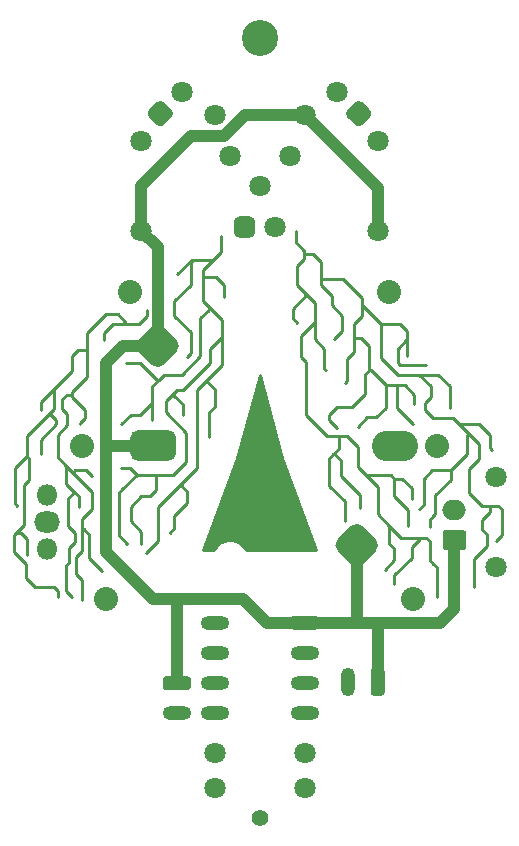
<source format=gbr>
%TF.GenerationSoftware,KiCad,Pcbnew,5.1.9-73d0e3b20d~88~ubuntu20.04.1*%
%TF.CreationDate,2021-09-08T23:10:41+05:30*%
%TF.ProjectId,MAP6,4d415036-2e6b-4696-9361-645f70636258,1*%
%TF.SameCoordinates,Original*%
%TF.FileFunction,Copper,L1,Top*%
%TF.FilePolarity,Positive*%
%FSLAX46Y46*%
G04 Gerber Fmt 4.6, Leading zero omitted, Abs format (unit mm)*
G04 Created by KiCad (PCBNEW 5.1.9-73d0e3b20d~88~ubuntu20.04.1) date 2021-09-08 23:10:41*
%MOMM*%
%LPD*%
G01*
G04 APERTURE LIST*
%TA.AperFunction,ComponentPad*%
%ADD10O,3.900000X2.600000*%
%TD*%
%TA.AperFunction,ComponentPad*%
%ADD11C,1.800000*%
%TD*%
%TA.AperFunction,ComponentPad*%
%ADD12O,1.200000X2.400000*%
%TD*%
%TA.AperFunction,ComponentPad*%
%ADD13O,1.800000X1.800000*%
%TD*%
%TA.AperFunction,ComponentPad*%
%ADD14O,2.200000X1.800000*%
%TD*%
%TA.AperFunction,ComponentPad*%
%ADD15O,2.400000X1.200000*%
%TD*%
%TA.AperFunction,ComponentPad*%
%ADD16C,3.048000*%
%TD*%
%TA.AperFunction,ComponentPad*%
%ADD17C,2.036000*%
%TD*%
%TA.AperFunction,ComponentPad*%
%ADD18C,1.400000*%
%TD*%
%TA.AperFunction,ComponentPad*%
%ADD19O,2.000000X1.700000*%
%TD*%
%TA.AperFunction,Conductor*%
%ADD20C,0.250000*%
%TD*%
%TA.AperFunction,Conductor*%
%ADD21C,1.000000*%
%TD*%
%TA.AperFunction,NonConductor*%
%ADD22C,0.254000*%
%TD*%
%TA.AperFunction,NonConductor*%
%ADD23C,0.050800*%
%TD*%
G04 APERTURE END LIST*
%TO.P,BT2,2*%
%TO.N,/GND*%
%TA.AperFunction,ComponentPad*%
G36*
G01*
X158323238Y-118962578D02*
X157262578Y-120023238D01*
G75*
G02*
X156201918Y-120023238I-530330J530330D01*
G01*
X155141258Y-118962578D01*
G75*
G02*
X155141258Y-117901918I530330J530330D01*
G01*
X156201918Y-116841258D01*
G75*
G02*
X157262578Y-116841258I530330J-530330D01*
G01*
X158323238Y-117901918D01*
G75*
G02*
X158323238Y-118962578I-530330J-530330D01*
G01*
G37*
%TD.AperFunction*%
%TA.AperFunction,ComponentPad*%
G36*
G01*
X141458742Y-102098082D02*
X140398082Y-103158742D01*
G75*
G02*
X139337422Y-103158742I-530330J530330D01*
G01*
X138276762Y-102098082D01*
G75*
G02*
X138276762Y-101037422I530330J530330D01*
G01*
X139337422Y-99976762D01*
G75*
G02*
X140398082Y-99976762I530330J-530330D01*
G01*
X141458742Y-101037422D01*
G75*
G02*
X141458742Y-102098082I-530330J-530330D01*
G01*
G37*
%TD.AperFunction*%
%TD*%
D10*
%TO.P,BT1,1*%
%TO.N,Net-(BT1-Pad1)*%
X160000000Y-110000000D03*
%TO.P,BT1,2*%
%TO.N,/GND*%
%TA.AperFunction,ComponentPad*%
G36*
G01*
X138200000Y-108700000D02*
X140800000Y-108700000D01*
G75*
G02*
X141450000Y-109350000I0J-650000D01*
G01*
X141450000Y-110650000D01*
G75*
G02*
X140800000Y-111300000I-650000J0D01*
G01*
X138200000Y-111300000D01*
G75*
G02*
X137550000Y-110650000I0J650000D01*
G01*
X137550000Y-109350000D01*
G75*
G02*
X138200000Y-108700000I650000J0D01*
G01*
G37*
%TD.AperFunction*%
%TD*%
D11*
%TO.P,D1,1*%
%TO.N,Net-(D1-Pad1)*%
X155101974Y-80101974D03*
%TO.P,D1,2*%
%TO.N,/left_eye*%
%TA.AperFunction,ComponentPad*%
G36*
G01*
X155943432Y-81579828D02*
X156579828Y-80943432D01*
G75*
G02*
X157216224Y-80943432I318198J-318198D01*
G01*
X157852620Y-81579828D01*
G75*
G02*
X157852620Y-82216224I-318198J-318198D01*
G01*
X157216224Y-82852620D01*
G75*
G02*
X156579828Y-82852620I-318198J318198D01*
G01*
X155943432Y-82216224D01*
G75*
G02*
X155943432Y-81579828I318198J318198D01*
G01*
G37*
%TD.AperFunction*%
%TD*%
%TO.P,D2,2*%
%TO.N,/right_eye*%
%TA.AperFunction,ComponentPad*%
G36*
G01*
X140420172Y-80943432D02*
X141056568Y-81579828D01*
G75*
G02*
X141056568Y-82216224I-318198J-318198D01*
G01*
X140420172Y-82852620D01*
G75*
G02*
X139783776Y-82852620I-318198J318198D01*
G01*
X139147380Y-82216224D01*
G75*
G02*
X139147380Y-81579828I318198J318198D01*
G01*
X139783776Y-80943432D01*
G75*
G02*
X140420172Y-80943432I318198J-318198D01*
G01*
G37*
%TD.AperFunction*%
%TO.P,D2,1*%
%TO.N,Net-(D1-Pad1)*%
X141898026Y-80101974D03*
%TD*%
%TO.P,R5,2*%
%TO.N,Net-(R5-Pad2)*%
X168500000Y-120310000D03*
%TO.P,R5,1*%
%TO.N,Net-(JP1-Pad2)*%
X168500000Y-112690000D03*
%TD*%
%TO.P,R2,1*%
%TO.N,/GND*%
X138500000Y-91810000D03*
%TO.P,R2,2*%
%TO.N,/right_eye*%
X138500000Y-84190000D03*
%TD*%
%TO.P,R1,1*%
%TO.N,/GND*%
X158500000Y-91810000D03*
%TO.P,R1,2*%
%TO.N,/left_eye*%
X158500000Y-84190000D03*
%TD*%
%TO.P,R3,1*%
%TO.N,/GND*%
X152310000Y-82000000D03*
%TO.P,R3,2*%
%TO.N,/motor*%
X144690000Y-82000000D03*
%TD*%
%TO.P,R4,1*%
%TO.N,Net-(R4-Pad1)*%
X152310000Y-139000000D03*
%TO.P,R4,2*%
%TO.N,/6V*%
X144690000Y-139000000D03*
%TD*%
%TO.P,R6,1*%
%TO.N,Net-(C1-Pad1)*%
X152310000Y-136000000D03*
%TO.P,R6,2*%
%TO.N,Net-(R4-Pad1)*%
X144690000Y-136000000D03*
%TD*%
D12*
%TO.P,C1,1*%
%TO.N,Net-(C1-Pad1)*%
X156000000Y-130000000D03*
%TO.P,C1,2*%
%TO.N,/GND*%
%TA.AperFunction,ComponentPad*%
G36*
G01*
X157900000Y-130900000D02*
X157900000Y-129100000D01*
G75*
G02*
X158200000Y-128800000I300000J0D01*
G01*
X158800000Y-128800000D01*
G75*
G02*
X159100000Y-129100000I0J-300000D01*
G01*
X159100000Y-130900000D01*
G75*
G02*
X158800000Y-131200000I-300000J0D01*
G01*
X158200000Y-131200000D01*
G75*
G02*
X157900000Y-130900000I0J300000D01*
G01*
G37*
%TD.AperFunction*%
%TD*%
D11*
%TO.P,M1,1*%
%TO.N,Net-(D1-Pad1)*%
X149770000Y-91500000D03*
%TO.P,M1,2*%
%TO.N,/motor*%
%TA.AperFunction,ComponentPad*%
G36*
G01*
X148130000Y-91050000D02*
X148130000Y-91950000D01*
G75*
G02*
X147680000Y-92400000I-450000J0D01*
G01*
X146780000Y-92400000D01*
G75*
G02*
X146330000Y-91950000I0J450000D01*
G01*
X146330000Y-91050000D01*
G75*
G02*
X146780000Y-90600000I450000J0D01*
G01*
X147680000Y-90600000D01*
G75*
G02*
X148130000Y-91050000I0J-450000D01*
G01*
G37*
%TD.AperFunction*%
%TD*%
%TO.P,Q1,1*%
%TO.N,/6V*%
X145960000Y-85500000D03*
%TO.P,Q1,3*%
%TO.N,Net-(D1-Pad1)*%
X151040000Y-85500000D03*
%TO.P,Q1,2*%
%TO.N,Net-(JP1-Pad2)*%
X148500000Y-88040000D03*
%TD*%
D13*
%TO.P,SW1,1*%
%TO.N,/6V*%
X130500000Y-118800000D03*
D14*
%TO.P,SW1,2*%
%TO.N,Net-(BT1-Pad1)*%
X130500000Y-116500000D03*
D13*
%TO.P,SW1,3*%
%TO.N,N/C*%
X130500000Y-114200000D03*
%TD*%
%TO.P,C2,2*%
%TO.N,/GND*%
%TA.AperFunction,ComponentPad*%
G36*
G01*
X142400000Y-130720000D02*
X140600000Y-130720000D01*
G75*
G02*
X140300000Y-130420000I0J300000D01*
G01*
X140300000Y-129820000D01*
G75*
G02*
X140600000Y-129520000I300000J0D01*
G01*
X142400000Y-129520000D01*
G75*
G02*
X142700000Y-129820000I0J-300000D01*
G01*
X142700000Y-130420000D01*
G75*
G02*
X142400000Y-130720000I-300000J0D01*
G01*
G37*
%TD.AperFunction*%
D15*
%TO.P,C2,1*%
%TO.N,Net-(C2-Pad1)*%
X141500000Y-132620000D03*
%TD*%
%TO.P,U1,1*%
%TO.N,/GND*%
%TA.AperFunction,ComponentPad*%
G36*
G01*
X153510000Y-124700000D02*
X153510000Y-125300000D01*
G75*
G02*
X153210000Y-125600000I-300000J0D01*
G01*
X151410000Y-125600000D01*
G75*
G02*
X151110000Y-125300000I0J300000D01*
G01*
X151110000Y-124700000D01*
G75*
G02*
X151410000Y-124400000I300000J0D01*
G01*
X153210000Y-124400000D01*
G75*
G02*
X153510000Y-124700000I0J-300000D01*
G01*
G37*
%TD.AperFunction*%
%TO.P,U1,5*%
%TO.N,Net-(C2-Pad1)*%
X144690000Y-132620000D03*
%TO.P,U1,2*%
%TO.N,Net-(C1-Pad1)*%
X152310000Y-127540000D03*
%TO.P,U1,6*%
X144690000Y-130080000D03*
%TO.P,U1,3*%
%TO.N,Net-(R5-Pad2)*%
X152310000Y-130080000D03*
%TO.P,U1,7*%
%TO.N,Net-(R4-Pad1)*%
X144690000Y-127540000D03*
%TO.P,U1,4*%
%TO.N,/6V*%
X152310000Y-132620000D03*
%TO.P,U1,8*%
X144690000Y-125000000D03*
%TD*%
D16*
%TO.P,G2,1*%
%TO.N,N/C*%
X148500000Y-75500000D03*
%TD*%
D17*
%TO.P,G3,1*%
%TO.N,N/C*%
X135500000Y-123000000D03*
%TD*%
%TO.P,G4,1*%
%TO.N,N/C*%
X137500000Y-97000000D03*
%TD*%
%TO.P,G5,1*%
%TO.N,N/C*%
X161500000Y-123000000D03*
%TD*%
%TO.P,G6,1*%
%TO.N,N/C*%
X159500000Y-97000000D03*
%TD*%
%TO.P,G7,1*%
%TO.N,N/C*%
X133500000Y-110000000D03*
%TD*%
%TO.P,G8,1*%
%TO.N,N/C*%
X163500000Y-110000000D03*
%TD*%
D18*
%TO.P,G9,1*%
%TO.N,N/C*%
X148500000Y-141500000D03*
%TD*%
D19*
%TO.P,J1,2*%
%TO.N,Net-(BT1-Pad1)*%
X165000000Y-115500000D03*
%TO.P,J1,1*%
%TO.N,/GND*%
%TA.AperFunction,ComponentPad*%
G36*
G01*
X165750000Y-118850000D02*
X164250000Y-118850000D01*
G75*
G02*
X164000000Y-118600000I0J250000D01*
G01*
X164000000Y-117400000D01*
G75*
G02*
X164250000Y-117150000I250000J0D01*
G01*
X165750000Y-117150000D01*
G75*
G02*
X166000000Y-117400000I0J-250000D01*
G01*
X166000000Y-118600000D01*
G75*
G02*
X165750000Y-118850000I-250000J0D01*
G01*
G37*
%TD.AperFunction*%
%TD*%
D20*
%TO.N,*%
X151700000Y-96300000D02*
X151700000Y-96400000D01*
X153200000Y-97900000D02*
X153200000Y-99500000D01*
X153200000Y-99500000D02*
X152000000Y-100700000D01*
X152000000Y-100700000D02*
X152000000Y-102500000D01*
X152000000Y-102500000D02*
X152400000Y-102900000D01*
X152400000Y-102900000D02*
X152400000Y-107400000D01*
X152400000Y-107400000D02*
X154200000Y-109200000D01*
X155900000Y-109200000D02*
X156800000Y-110100000D01*
X156800000Y-110100000D02*
X156800000Y-111800000D01*
X158500000Y-113500000D02*
X158500000Y-115800000D01*
X153700000Y-95900000D02*
X155600000Y-95900000D01*
X155600000Y-95900000D02*
X157200000Y-97500000D01*
X157200000Y-98100000D02*
X158800000Y-99700000D01*
X158800000Y-99700000D02*
X158800000Y-102600000D01*
X158800000Y-102600000D02*
X159700000Y-103500000D01*
X159700000Y-103500000D02*
X160200000Y-104000000D01*
X160200000Y-104000000D02*
X162000000Y-104000000D01*
X153700000Y-95900000D02*
X153700000Y-96400000D01*
X153700000Y-96400000D02*
X154600000Y-97300000D01*
X154600000Y-97300000D02*
X154600000Y-98100000D01*
X154600000Y-98100000D02*
X155500000Y-99000000D01*
X155500000Y-99000000D02*
X155500000Y-100300000D01*
X155500000Y-100300000D02*
X154800000Y-101000000D01*
X153200000Y-99500000D02*
X153200000Y-101000000D01*
X153200000Y-101000000D02*
X154000000Y-101800000D01*
X154000000Y-101800000D02*
X154000000Y-103500000D01*
X154000000Y-103500000D02*
X154100000Y-103600000D01*
X157200000Y-97900000D02*
X157200000Y-99000000D01*
X157200000Y-97500000D02*
X157200000Y-97900000D01*
X157200000Y-97900000D02*
X157200000Y-98100000D01*
X157200000Y-99000000D02*
X156500000Y-99700000D01*
X156500000Y-102100000D02*
X155900000Y-102700000D01*
X155900000Y-102700000D02*
X155900000Y-104500000D01*
X155900000Y-104500000D02*
X155700000Y-104700000D01*
X156500000Y-100900000D02*
X157100000Y-100900000D01*
X156500000Y-99700000D02*
X156500000Y-100900000D01*
X156500000Y-100900000D02*
X156500000Y-102100000D01*
X157100000Y-100900000D02*
X157800000Y-101600000D01*
X157800000Y-101600000D02*
X157800000Y-103600000D01*
X157800000Y-103600000D02*
X157400000Y-104000000D01*
X157400000Y-104000000D02*
X157400000Y-105600000D01*
X157400000Y-105600000D02*
X156300000Y-106700000D01*
X156300000Y-106700000D02*
X155100000Y-106700000D01*
X155100000Y-106700000D02*
X154400000Y-107400000D01*
X154400000Y-107400000D02*
X154400000Y-107800000D01*
X154400000Y-107800000D02*
X155100000Y-108500000D01*
X157800000Y-103600000D02*
X157900000Y-103600000D01*
X157900000Y-103600000D02*
X159200000Y-104900000D01*
X160800000Y-104900000D02*
X161600000Y-105700000D01*
X161600000Y-105700000D02*
X161600000Y-106500000D01*
X159200000Y-104900000D02*
X159200000Y-106500000D01*
X159200000Y-106500000D02*
X159200000Y-106800000D01*
X159200000Y-106800000D02*
X158400000Y-107600000D01*
X158400000Y-107600000D02*
X157600000Y-107600000D01*
X157600000Y-107600000D02*
X156800000Y-108400000D01*
X159200000Y-104900000D02*
X160100000Y-104900000D01*
X160100000Y-104900000D02*
X160100000Y-106800000D01*
X160100000Y-104900000D02*
X160800000Y-104900000D01*
X160100000Y-106800000D02*
X161500000Y-108200000D01*
X166100000Y-109100000D02*
X166100000Y-110700000D01*
X157500000Y-112500000D02*
X159600000Y-112500000D01*
X156800000Y-111800000D02*
X157500000Y-112500000D01*
X157500000Y-112500000D02*
X158500000Y-113500000D01*
X159600000Y-112500000D02*
X159900000Y-112800000D01*
X159900000Y-112800000D02*
X159900000Y-114300000D01*
X159900000Y-114300000D02*
X161100000Y-115500000D01*
X161100000Y-115500000D02*
X161100000Y-116800000D01*
X159900000Y-112800000D02*
X160600000Y-112800000D01*
X160600000Y-112800000D02*
X161400000Y-113600000D01*
X166100000Y-110700000D02*
X165450000Y-111350000D01*
X165450000Y-111350000D02*
X164700000Y-112100000D01*
X155200000Y-109200000D02*
X155200000Y-110300000D01*
X154200000Y-109200000D02*
X155200000Y-109200000D01*
X155200000Y-109200000D02*
X155900000Y-109200000D01*
X154400000Y-111100000D02*
X154400000Y-113400000D01*
X154400000Y-113400000D02*
X155700000Y-114700000D01*
X155700000Y-114700000D02*
X155700000Y-116400000D01*
X154750000Y-110750000D02*
X154850000Y-110750000D01*
X155200000Y-110300000D02*
X154750000Y-110750000D01*
X154750000Y-110750000D02*
X154400000Y-111100000D01*
X154850000Y-110750000D02*
X155400000Y-111300000D01*
X155400000Y-111300000D02*
X155400000Y-112600000D01*
X155400000Y-112600000D02*
X157000000Y-114200000D01*
X157000000Y-114200000D02*
X157000000Y-115300000D01*
X158800000Y-99700000D02*
X160400000Y-99700000D01*
X160400000Y-99700000D02*
X161000000Y-100300000D01*
X162000000Y-104000000D02*
X163600000Y-104000000D01*
X163600000Y-104000000D02*
X164600000Y-105000000D01*
X164600000Y-105000000D02*
X164600000Y-106800000D01*
X161000000Y-101100000D02*
X160900000Y-101100000D01*
X161000000Y-100300000D02*
X161000000Y-101100000D01*
X161000000Y-101100000D02*
X161000000Y-102400000D01*
X160900000Y-101100000D02*
X160200000Y-101800000D01*
X160200000Y-101800000D02*
X160200000Y-103000000D01*
X160200000Y-103000000D02*
X160400000Y-103200000D01*
X160400000Y-103200000D02*
X162600000Y-103200000D01*
X143700000Y-96200000D02*
X143700000Y-97800000D01*
X143700000Y-97800000D02*
X145300000Y-99400000D01*
X143200000Y-105300000D02*
X143200000Y-111900000D01*
X139900000Y-115200000D02*
X139900000Y-118100000D01*
X139900000Y-118100000D02*
X138900000Y-119100000D01*
X145300000Y-100800000D02*
X144400000Y-101700000D01*
X145300000Y-99400000D02*
X145300000Y-100800000D01*
X145300000Y-100800000D02*
X145300000Y-103200000D01*
X144400000Y-101700000D02*
X144300000Y-101800000D01*
X144300000Y-101800000D02*
X144300000Y-103000000D01*
X144300000Y-103000000D02*
X142000000Y-105300000D01*
X142000000Y-105300000D02*
X141500000Y-105300000D01*
X138100000Y-112500000D02*
X137500000Y-111900000D01*
X137500000Y-111900000D02*
X136800000Y-111900000D01*
X138100000Y-112500000D02*
X136900000Y-113700000D01*
X136900000Y-113700000D02*
X136600000Y-114000000D01*
X136600000Y-114000000D02*
X136600000Y-117600000D01*
X136600000Y-117600000D02*
X137300000Y-118300000D01*
X139700000Y-112500000D02*
X138100000Y-112500000D01*
X139950000Y-104450000D02*
X139850000Y-104450000D01*
X139950000Y-104450000D02*
X139400000Y-105000000D01*
X139850000Y-104450000D02*
X138400000Y-103000000D01*
X138400000Y-103000000D02*
X137200000Y-103000000D01*
X139400000Y-106100000D02*
X139400000Y-106400000D01*
X139400000Y-105000000D02*
X139400000Y-106100000D01*
X139400000Y-106100000D02*
X139400000Y-107800000D01*
X139400000Y-106400000D02*
X138400000Y-107400000D01*
X138400000Y-107400000D02*
X137600000Y-107400000D01*
X137600000Y-107400000D02*
X136800000Y-108200000D01*
X133900000Y-101900000D02*
X133900000Y-104200000D01*
X133900000Y-104200000D02*
X132600000Y-105500000D01*
X133900000Y-101900000D02*
X133100000Y-101900000D01*
X133100000Y-101900000D02*
X132600000Y-102400000D01*
X132600000Y-102400000D02*
X132600000Y-103700000D01*
X132600000Y-103700000D02*
X131100000Y-105200000D01*
X131100000Y-105200000D02*
X131100000Y-106900000D01*
X128800000Y-109200000D02*
X128800000Y-110900000D01*
X131100000Y-106900000D02*
X130700000Y-107300000D01*
X130700000Y-107300000D02*
X128800000Y-109200000D01*
X132600000Y-105500000D02*
X132600000Y-105700000D01*
X134300000Y-113900000D02*
X134300000Y-115400000D01*
X134300000Y-115400000D02*
X133500000Y-116200000D01*
X132150000Y-111750000D02*
X132150000Y-113250000D01*
X132150000Y-111750000D02*
X134300000Y-113900000D01*
X133200000Y-114300000D02*
X133200000Y-115200000D01*
X132150000Y-113250000D02*
X132750000Y-113850000D01*
X132750000Y-113850000D02*
X133200000Y-114300000D01*
X133500000Y-117100000D02*
X133600000Y-117100000D01*
X133500000Y-116200000D02*
X133500000Y-117100000D01*
X133600000Y-117100000D02*
X134100000Y-117600000D01*
X134100000Y-117600000D02*
X134100000Y-119500000D01*
X134100000Y-119500000D02*
X135200000Y-120600000D01*
X133500000Y-121400000D02*
X133500000Y-123100000D01*
X133000000Y-120900000D02*
X133500000Y-121400000D01*
X133000000Y-119400000D02*
X133000000Y-120900000D01*
X133500000Y-118900000D02*
X133000000Y-119400000D01*
X133500000Y-117100000D02*
X133500000Y-118900000D01*
X141900000Y-113200000D02*
X141900000Y-113400000D01*
X143200000Y-111900000D02*
X141900000Y-113200000D01*
X141900000Y-113200000D02*
X139900000Y-115200000D01*
X141900000Y-113400000D02*
X142400000Y-113900000D01*
X142400000Y-113900000D02*
X142400000Y-114900000D01*
X142400000Y-114900000D02*
X141300000Y-116000000D01*
X141300000Y-116000000D02*
X141300000Y-117000000D01*
X141300000Y-117000000D02*
X140900000Y-117400000D01*
X138500000Y-117300000D02*
X138500000Y-118300000D01*
X137600000Y-116400000D02*
X138500000Y-117300000D01*
X137600000Y-115200000D02*
X137600000Y-116400000D01*
X139200000Y-114300000D02*
X138500000Y-114300000D01*
X139700000Y-113800000D02*
X139200000Y-114300000D01*
X138500000Y-114300000D02*
X137600000Y-115200000D01*
X139700000Y-112500000D02*
X139700000Y-113800000D01*
X130000000Y-109500000D02*
X130000000Y-110700000D01*
X131300000Y-108200000D02*
X130000000Y-109500000D01*
X131300000Y-107800000D02*
X131300000Y-108200000D01*
X130800000Y-107300000D02*
X131300000Y-107800000D01*
X130700000Y-107300000D02*
X130800000Y-107300000D01*
X141000000Y-105800000D02*
X141300000Y-105800000D01*
X141500000Y-105300000D02*
X141000000Y-105800000D01*
X141300000Y-105800000D02*
X142000000Y-106500000D01*
X142000000Y-106500000D02*
X142000000Y-107400000D01*
X144000000Y-104500000D02*
X144700000Y-105200000D01*
X145300000Y-103200000D02*
X144000000Y-104500000D01*
X144000000Y-104500000D02*
X143200000Y-105300000D01*
X144700000Y-105200000D02*
X144700000Y-106600000D01*
X144700000Y-106600000D02*
X144700000Y-106700000D01*
X144700000Y-106700000D02*
X144200000Y-107200000D01*
X144200000Y-107200000D02*
X144200000Y-109300000D01*
X152450000Y-97150000D02*
X152450000Y-97250000D01*
X151700000Y-96400000D02*
X152450000Y-97150000D01*
X152450000Y-97150000D02*
X153200000Y-97900000D01*
X152450000Y-97250000D02*
X151300000Y-98400000D01*
X151300000Y-98400000D02*
X151300000Y-99200000D01*
X151300000Y-99200000D02*
X151700000Y-99600000D01*
X162100000Y-117800000D02*
X162100000Y-117900000D01*
X160500000Y-117800000D02*
X162100000Y-117800000D01*
X162100000Y-117900000D02*
X161400000Y-118600000D01*
X161400000Y-118600000D02*
X161400000Y-119500000D01*
X161400000Y-119500000D02*
X159900000Y-121000000D01*
X159900000Y-121000000D02*
X159900000Y-121700000D01*
X159500000Y-116800000D02*
X159500000Y-118300000D01*
X158500000Y-115800000D02*
X159500000Y-116800000D01*
X159500000Y-116800000D02*
X160500000Y-117800000D01*
X159500000Y-118300000D02*
X159900000Y-118700000D01*
X159900000Y-118700000D02*
X159900000Y-119700000D01*
X159900000Y-119700000D02*
X159100000Y-120500000D01*
X137100000Y-99700000D02*
X136100000Y-99700000D01*
X136100000Y-99700000D02*
X135300000Y-100500000D01*
X135300000Y-100500000D02*
X135300000Y-101100000D01*
X164700000Y-112100000D02*
X163800000Y-112100000D01*
X142300000Y-111400000D02*
X141200000Y-112500000D01*
X141200000Y-112500000D02*
X139700000Y-112500000D01*
X142300000Y-108900000D02*
X142300000Y-111400000D01*
X140600000Y-107200000D02*
X142300000Y-108900000D01*
X140600000Y-106200000D02*
X140600000Y-107200000D01*
X141000000Y-105800000D02*
X140600000Y-106200000D01*
X131400000Y-111000000D02*
X132150000Y-111750000D01*
X132200000Y-107300000D02*
X132200000Y-108300000D01*
X132200000Y-108300000D02*
X131400000Y-109100000D01*
X131800000Y-106100000D02*
X131800000Y-106900000D01*
X131800000Y-106900000D02*
X132200000Y-107300000D01*
X132200000Y-105700000D02*
X131800000Y-106100000D01*
X131400000Y-109100000D02*
X131400000Y-111000000D01*
X132600000Y-105700000D02*
X132200000Y-105700000D01*
X133300000Y-108100000D02*
X133300000Y-108200000D01*
X133700000Y-107700000D02*
X133300000Y-108100000D01*
X133700000Y-106950000D02*
X133700000Y-107700000D01*
X132600000Y-105850000D02*
X133700000Y-106950000D01*
X132600000Y-105700000D02*
X132600000Y-105850000D01*
X133800000Y-112100000D02*
X134300000Y-112600000D01*
X132900000Y-112100000D02*
X133800000Y-112100000D01*
X132700000Y-112300000D02*
X132900000Y-112100000D01*
X127800000Y-114900000D02*
X128000000Y-115100000D01*
X127800000Y-111900000D02*
X127800000Y-114900000D01*
X128800000Y-110900000D02*
X127800000Y-111900000D01*
X128600000Y-116700000D02*
X127900000Y-117400000D01*
X128600000Y-113300000D02*
X128600000Y-116700000D01*
X129000000Y-112900000D02*
X128600000Y-113300000D01*
X129000000Y-111100000D02*
X129000000Y-112900000D01*
X128800000Y-110900000D02*
X129000000Y-111100000D01*
X132100000Y-122300000D02*
X132600000Y-122800000D01*
X132100000Y-120200000D02*
X132100000Y-122300000D01*
X132400000Y-119900000D02*
X132100000Y-120200000D01*
X132900000Y-117400000D02*
X132900000Y-118200000D01*
X132900000Y-118200000D02*
X132400000Y-118700000D01*
X132300000Y-116800000D02*
X132900000Y-117400000D01*
X132300000Y-114500000D02*
X132300000Y-116800000D01*
X132750000Y-114050000D02*
X132300000Y-114500000D01*
X132400000Y-118700000D02*
X132400000Y-119900000D01*
X132750000Y-113850000D02*
X132750000Y-114050000D01*
X138300000Y-99700000D02*
X137100000Y-99700000D01*
X139000000Y-99000000D02*
X138300000Y-99700000D01*
X139000000Y-98500000D02*
X139000000Y-99000000D01*
D21*
%TO.N,/GND*%
X139450000Y-110000000D02*
X135500000Y-110000000D01*
X135500000Y-110000000D02*
X135500000Y-103000000D01*
D20*
%TO.N,*%
X163500000Y-120300000D02*
X163500000Y-122800000D01*
X162900000Y-118100000D02*
X162900000Y-119700000D01*
X162600000Y-117800000D02*
X162900000Y-118100000D01*
X162100000Y-117800000D02*
X162600000Y-117800000D01*
X162900000Y-119700000D02*
X163200000Y-120000000D01*
X163200000Y-120000000D02*
X163500000Y-120300000D01*
X161400000Y-113600000D02*
X161400000Y-114500000D01*
X164700000Y-112100000D02*
X164700000Y-112900000D01*
X164700000Y-112900000D02*
X163400000Y-114200000D01*
X163400000Y-115800000D02*
X163200000Y-116000000D01*
X163400000Y-114200000D02*
X163400000Y-115800000D01*
X163800000Y-112100000D02*
X163100000Y-112100000D01*
X163100000Y-112100000D02*
X162400000Y-112800000D01*
X162400000Y-112800000D02*
X162400000Y-115000000D01*
X162400000Y-115000000D02*
X162000000Y-115400000D01*
X163200000Y-116000000D02*
X162900000Y-116300000D01*
X162900000Y-116300000D02*
X162900000Y-116900000D01*
X162000000Y-104000000D02*
X163000000Y-105000000D01*
X162500000Y-106400000D02*
X162500000Y-107000000D01*
X163000000Y-105900000D02*
X162500000Y-106400000D01*
X162500000Y-107000000D02*
X163200000Y-107700000D01*
X163000000Y-105000000D02*
X163000000Y-105900000D01*
X163200000Y-107700000D02*
X164900000Y-107700000D01*
X167100000Y-109900000D02*
X167100000Y-111100000D01*
X167100000Y-111100000D02*
X166200000Y-112000000D01*
X166200000Y-112000000D02*
X166200000Y-114000000D01*
X166200000Y-114000000D02*
X167300000Y-115100000D01*
X167300000Y-115100000D02*
X168000000Y-115100000D01*
X164900000Y-107700000D02*
X165400000Y-108200000D01*
X165400000Y-108200000D02*
X167100000Y-109900000D01*
X151700000Y-96400000D02*
X151700000Y-94800000D01*
X151700000Y-94800000D02*
X152300000Y-94200000D01*
X152300000Y-93500000D02*
X151600000Y-92800000D01*
X151600000Y-92800000D02*
X151600000Y-91800000D01*
X153700000Y-95900000D02*
X153700000Y-94500000D01*
X153000000Y-93800000D02*
X152300000Y-93800000D01*
X153700000Y-94500000D02*
X153000000Y-93800000D01*
X152300000Y-93800000D02*
X152300000Y-93500000D01*
X152300000Y-94200000D02*
X152300000Y-93800000D01*
X145200000Y-93600000D02*
X145200000Y-92300000D01*
X142700000Y-96400000D02*
X142700000Y-94500000D01*
X142700000Y-94500000D02*
X142950000Y-94250000D01*
X144550000Y-94250000D02*
X145200000Y-93600000D01*
X143700000Y-95100000D02*
X144550000Y-94250000D01*
X143700000Y-95700000D02*
X144800000Y-95700000D01*
X143700000Y-96200000D02*
X143700000Y-95700000D01*
X143700000Y-95700000D02*
X143700000Y-95100000D01*
X144800000Y-95700000D02*
X145500000Y-96400000D01*
X145500000Y-96400000D02*
X145500000Y-97400000D01*
X142700000Y-102200000D02*
X142400000Y-102500000D01*
X141300000Y-99000000D02*
X142700000Y-100400000D01*
X141300000Y-97800000D02*
X141300000Y-99000000D01*
X142700000Y-100400000D02*
X142700000Y-102200000D01*
X142700000Y-96400000D02*
X141300000Y-97800000D01*
X140400000Y-104000000D02*
X139950000Y-104450000D01*
X141900000Y-104000000D02*
X140400000Y-104000000D01*
X143500000Y-102400000D02*
X141900000Y-104000000D01*
X143500000Y-99200000D02*
X143500000Y-102400000D01*
X144200000Y-98500000D02*
X143500000Y-99200000D01*
X169000000Y-117600000D02*
X168500000Y-118100000D01*
X169000000Y-115400000D02*
X169000000Y-117600000D01*
X168700000Y-115100000D02*
X169000000Y-115400000D01*
X168000000Y-115100000D02*
X168700000Y-115100000D01*
X166700000Y-119600000D02*
X166700000Y-122000000D01*
X167800000Y-117600000D02*
X167800000Y-118500000D01*
X167300000Y-116300000D02*
X167300000Y-117100000D01*
X168000000Y-115600000D02*
X167300000Y-116300000D01*
X167800000Y-118500000D02*
X166700000Y-119600000D01*
X167300000Y-117100000D02*
X167800000Y-117600000D01*
X168000000Y-115100000D02*
X168000000Y-115600000D01*
X168000000Y-110200000D02*
X168200000Y-110400000D01*
X168000000Y-109100000D02*
X168000000Y-110200000D01*
X167100000Y-108200000D02*
X168000000Y-109100000D01*
X165400000Y-108200000D02*
X167100000Y-108200000D01*
X135500000Y-98900000D02*
X133900000Y-100500000D01*
X136500000Y-98900000D02*
X135500000Y-98900000D01*
X133900000Y-100500000D02*
X133900000Y-101900000D01*
X137100000Y-99500000D02*
X136500000Y-98900000D01*
X137100000Y-99700000D02*
X137100000Y-99500000D01*
X130000000Y-106300000D02*
X130000000Y-107000000D01*
X131100000Y-105200000D02*
X130000000Y-106300000D01*
X128800000Y-117900000D02*
X128800000Y-119300000D01*
X128300000Y-117400000D02*
X128800000Y-117900000D01*
X127900000Y-117400000D02*
X128300000Y-117400000D01*
X131400000Y-122300000D02*
X131400000Y-122800000D01*
X131100000Y-122000000D02*
X131400000Y-122300000D01*
X129500000Y-122000000D02*
X131100000Y-122000000D01*
X128700000Y-120000000D02*
X128700000Y-121200000D01*
X127700000Y-119000000D02*
X128700000Y-120000000D01*
X127700000Y-117600000D02*
X127700000Y-119000000D01*
X128700000Y-121200000D02*
X129500000Y-122000000D01*
X127900000Y-117400000D02*
X127700000Y-117600000D01*
X142950000Y-94250000D02*
X143250000Y-94250000D01*
X143250000Y-94250000D02*
X142750000Y-94250000D01*
X143250000Y-94250000D02*
X144550000Y-94250000D01*
X142750000Y-94250000D02*
X141500000Y-95500000D01*
D21*
%TO.N,/GND*%
X141500000Y-130120000D02*
X141500000Y-123000000D01*
X135500000Y-119000000D02*
X135500000Y-110000000D01*
X139500000Y-123000000D02*
X135500000Y-119000000D01*
X141500000Y-123000000D02*
X139500000Y-123000000D01*
X158500000Y-130000000D02*
X158500000Y-125000000D01*
X165000000Y-123800000D02*
X165000000Y-118000000D01*
X163800000Y-125000000D02*
X165000000Y-123800000D01*
X158500000Y-125000000D02*
X163800000Y-125000000D01*
X158500000Y-89900000D02*
X158500000Y-91810000D01*
X158500000Y-88190000D02*
X158500000Y-89900000D01*
X152310000Y-82000000D02*
X158500000Y-88190000D01*
X138500000Y-88000000D02*
X138500000Y-91810000D01*
X142700000Y-83800000D02*
X138500000Y-88000000D01*
X145500000Y-83800000D02*
X142700000Y-83800000D01*
X147300000Y-82000000D02*
X145500000Y-83800000D01*
X152310000Y-82000000D02*
X147300000Y-82000000D01*
X149100000Y-125000000D02*
X147100000Y-123000000D01*
X152310000Y-125000000D02*
X149100000Y-125000000D01*
X141500000Y-123000000D02*
X147100000Y-123000000D01*
X136932248Y-101567752D02*
X135500000Y-103000000D01*
X139867752Y-101567752D02*
X136932248Y-101567752D01*
X139867752Y-93177752D02*
X138500000Y-91810000D01*
X139867752Y-101567752D02*
X139867752Y-93177752D01*
X156732248Y-124967752D02*
X156700000Y-125000000D01*
X156732248Y-118432248D02*
X156732248Y-124967752D01*
X156700000Y-125000000D02*
X158500000Y-125000000D01*
X152310000Y-125000000D02*
X156700000Y-125000000D01*
%TD*%
D22*
X150377288Y-111032723D02*
X150381086Y-111044593D01*
X153316739Y-118873000D01*
X147382746Y-118873000D01*
X147353210Y-118801694D01*
X147186099Y-118551594D01*
X146973406Y-118338901D01*
X146723306Y-118171790D01*
X146445410Y-118056681D01*
X146150396Y-117998000D01*
X145849604Y-117998000D01*
X145554590Y-118056681D01*
X145276694Y-118171790D01*
X145026594Y-118338901D01*
X144813901Y-118551594D01*
X144646790Y-118801694D01*
X144617254Y-118873000D01*
X143683261Y-118873000D01*
X146618914Y-111044593D01*
X146622712Y-111032723D01*
X148500000Y-103992893D01*
X150377288Y-111032723D01*
%TA.AperFunction,NonConductor*%
D23*
G36*
X150377288Y-111032723D02*
G01*
X150381086Y-111044593D01*
X153316739Y-118873000D01*
X147382746Y-118873000D01*
X147353210Y-118801694D01*
X147186099Y-118551594D01*
X146973406Y-118338901D01*
X146723306Y-118171790D01*
X146445410Y-118056681D01*
X146150396Y-117998000D01*
X145849604Y-117998000D01*
X145554590Y-118056681D01*
X145276694Y-118171790D01*
X145026594Y-118338901D01*
X144813901Y-118551594D01*
X144646790Y-118801694D01*
X144617254Y-118873000D01*
X143683261Y-118873000D01*
X146618914Y-111044593D01*
X146622712Y-111032723D01*
X148500000Y-103992893D01*
X150377288Y-111032723D01*
G37*
%TD.AperFunction*%
M02*

</source>
